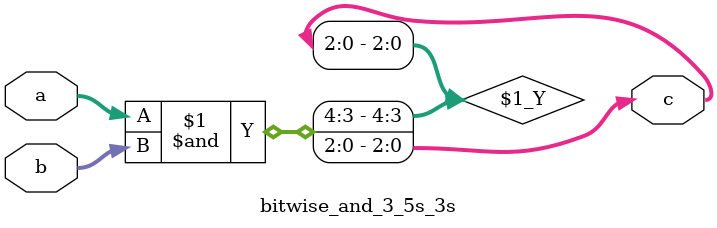
<source format=v>
module bitwise_and_3_5s_3s(a, b, c);
  input [2:0] a;
  input signed [4:0] b;
  output signed [2:0] c;
  assign c = a & b;
endmodule

</source>
